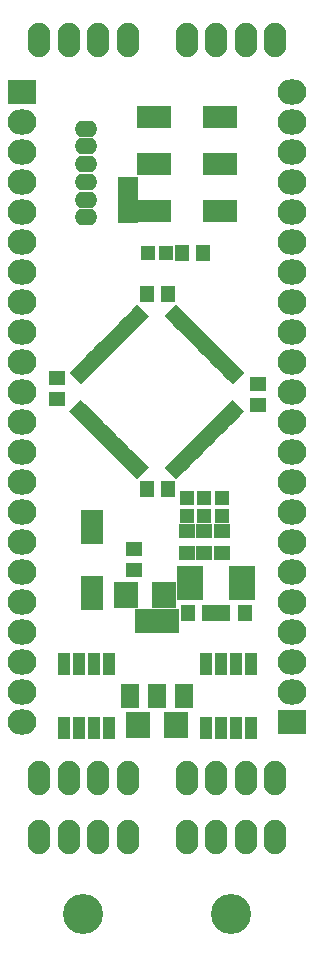
<source format=gbr>
G04 #@! TF.FileFunction,Soldermask,Top*
%FSLAX46Y46*%
G04 Gerber Fmt 4.6, Leading zero omitted, Abs format (unit mm)*
G04 Created by KiCad (PCBNEW 4.0.6) date 08/16/17 10:50:43*
%MOMM*%
%LPD*%
G01*
G04 APERTURE LIST*
%ADD10C,0.100000*%
%ADD11R,1.200000X1.400000*%
%ADD12R,1.400000X1.200000*%
%ADD13R,1.197560X1.197560*%
%ADD14R,1.670000X1.365200*%
%ADD15O,1.924000X1.400000*%
%ADD16R,2.432000X2.127200*%
%ADD17O,2.432000X2.127200*%
%ADD18O,1.900000X2.900000*%
%ADD19C,3.400000*%
%ADD20R,2.000000X2.200000*%
%ADD21R,1.000000X1.950000*%
%ADD22R,1.900000X3.000000*%
%ADD23R,1.600000X2.100000*%
%ADD24R,3.700000X2.100000*%
%ADD25R,2.200000X3.000000*%
%ADD26R,3.000000X1.900000*%
G04 APERTURE END LIST*
D10*
D11*
X14900000Y-42500000D03*
X13100000Y-42500000D03*
X13100000Y-26000000D03*
X14900000Y-26000000D03*
D12*
X5500000Y-34900000D03*
X5500000Y-33100000D03*
X22500000Y-35400000D03*
X22500000Y-33600000D03*
D10*
G36*
X16073642Y-41237324D02*
X15614023Y-41696943D01*
X14624074Y-40706994D01*
X15083693Y-40247375D01*
X16073642Y-41237324D01*
X16073642Y-41237324D01*
G37*
G36*
X16427196Y-40883771D02*
X15967577Y-41343390D01*
X14977628Y-40353441D01*
X15437247Y-39893822D01*
X16427196Y-40883771D01*
X16427196Y-40883771D01*
G37*
G36*
X16780749Y-40530217D02*
X16321130Y-40989836D01*
X15331181Y-39999887D01*
X15790800Y-39540268D01*
X16780749Y-40530217D01*
X16780749Y-40530217D01*
G37*
G36*
X17134302Y-40176664D02*
X16674683Y-40636283D01*
X15684734Y-39646334D01*
X16144353Y-39186715D01*
X17134302Y-40176664D01*
X17134302Y-40176664D01*
G37*
G36*
X17487856Y-39823111D02*
X17028237Y-40282730D01*
X16038288Y-39292781D01*
X16497907Y-38833162D01*
X17487856Y-39823111D01*
X17487856Y-39823111D01*
G37*
G36*
X17841409Y-39469557D02*
X17381790Y-39929176D01*
X16391841Y-38939227D01*
X16851460Y-38479608D01*
X17841409Y-39469557D01*
X17841409Y-39469557D01*
G37*
G36*
X18194963Y-39116004D02*
X17735344Y-39575623D01*
X16745395Y-38585674D01*
X17205014Y-38126055D01*
X18194963Y-39116004D01*
X18194963Y-39116004D01*
G37*
G36*
X18548516Y-38762450D02*
X18088897Y-39222069D01*
X17098948Y-38232120D01*
X17558567Y-37772501D01*
X18548516Y-38762450D01*
X18548516Y-38762450D01*
G37*
G36*
X18902069Y-38408897D02*
X18442450Y-38868516D01*
X17452501Y-37878567D01*
X17912120Y-37418948D01*
X18902069Y-38408897D01*
X18902069Y-38408897D01*
G37*
G36*
X19255623Y-38055344D02*
X18796004Y-38514963D01*
X17806055Y-37525014D01*
X18265674Y-37065395D01*
X19255623Y-38055344D01*
X19255623Y-38055344D01*
G37*
G36*
X19609176Y-37701790D02*
X19149557Y-38161409D01*
X18159608Y-37171460D01*
X18619227Y-36711841D01*
X19609176Y-37701790D01*
X19609176Y-37701790D01*
G37*
G36*
X19962730Y-37348237D02*
X19503111Y-37807856D01*
X18513162Y-36817907D01*
X18972781Y-36358288D01*
X19962730Y-37348237D01*
X19962730Y-37348237D01*
G37*
G36*
X20316283Y-36994683D02*
X19856664Y-37454302D01*
X18866715Y-36464353D01*
X19326334Y-36004734D01*
X20316283Y-36994683D01*
X20316283Y-36994683D01*
G37*
G36*
X20669836Y-36641130D02*
X20210217Y-37100749D01*
X19220268Y-36110800D01*
X19679887Y-35651181D01*
X20669836Y-36641130D01*
X20669836Y-36641130D01*
G37*
G36*
X21023390Y-36287577D02*
X20563771Y-36747196D01*
X19573822Y-35757247D01*
X20033441Y-35297628D01*
X21023390Y-36287577D01*
X21023390Y-36287577D01*
G37*
G36*
X21376943Y-35934023D02*
X20917324Y-36393642D01*
X19927375Y-35403693D01*
X20386994Y-34944074D01*
X21376943Y-35934023D01*
X21376943Y-35934023D01*
G37*
G36*
X20917324Y-32186358D02*
X21376943Y-32645977D01*
X20386994Y-33635926D01*
X19927375Y-33176307D01*
X20917324Y-32186358D01*
X20917324Y-32186358D01*
G37*
G36*
X20563771Y-31832804D02*
X21023390Y-32292423D01*
X20033441Y-33282372D01*
X19573822Y-32822753D01*
X20563771Y-31832804D01*
X20563771Y-31832804D01*
G37*
G36*
X20210217Y-31479251D02*
X20669836Y-31938870D01*
X19679887Y-32928819D01*
X19220268Y-32469200D01*
X20210217Y-31479251D01*
X20210217Y-31479251D01*
G37*
G36*
X19856664Y-31125698D02*
X20316283Y-31585317D01*
X19326334Y-32575266D01*
X18866715Y-32115647D01*
X19856664Y-31125698D01*
X19856664Y-31125698D01*
G37*
G36*
X19503111Y-30772144D02*
X19962730Y-31231763D01*
X18972781Y-32221712D01*
X18513162Y-31762093D01*
X19503111Y-30772144D01*
X19503111Y-30772144D01*
G37*
G36*
X19149557Y-30418591D02*
X19609176Y-30878210D01*
X18619227Y-31868159D01*
X18159608Y-31408540D01*
X19149557Y-30418591D01*
X19149557Y-30418591D01*
G37*
G36*
X18796004Y-30065037D02*
X19255623Y-30524656D01*
X18265674Y-31514605D01*
X17806055Y-31054986D01*
X18796004Y-30065037D01*
X18796004Y-30065037D01*
G37*
G36*
X18442450Y-29711484D02*
X18902069Y-30171103D01*
X17912120Y-31161052D01*
X17452501Y-30701433D01*
X18442450Y-29711484D01*
X18442450Y-29711484D01*
G37*
G36*
X18088897Y-29357931D02*
X18548516Y-29817550D01*
X17558567Y-30807499D01*
X17098948Y-30347880D01*
X18088897Y-29357931D01*
X18088897Y-29357931D01*
G37*
G36*
X17735344Y-29004377D02*
X18194963Y-29463996D01*
X17205014Y-30453945D01*
X16745395Y-29994326D01*
X17735344Y-29004377D01*
X17735344Y-29004377D01*
G37*
G36*
X17381790Y-28650824D02*
X17841409Y-29110443D01*
X16851460Y-30100392D01*
X16391841Y-29640773D01*
X17381790Y-28650824D01*
X17381790Y-28650824D01*
G37*
G36*
X17028237Y-28297270D02*
X17487856Y-28756889D01*
X16497907Y-29746838D01*
X16038288Y-29287219D01*
X17028237Y-28297270D01*
X17028237Y-28297270D01*
G37*
G36*
X16674683Y-27943717D02*
X17134302Y-28403336D01*
X16144353Y-29393285D01*
X15684734Y-28933666D01*
X16674683Y-27943717D01*
X16674683Y-27943717D01*
G37*
G36*
X16321130Y-27590164D02*
X16780749Y-28049783D01*
X15790800Y-29039732D01*
X15331181Y-28580113D01*
X16321130Y-27590164D01*
X16321130Y-27590164D01*
G37*
G36*
X15967577Y-27236610D02*
X16427196Y-27696229D01*
X15437247Y-28686178D01*
X14977628Y-28226559D01*
X15967577Y-27236610D01*
X15967577Y-27236610D01*
G37*
G36*
X15614023Y-26883057D02*
X16073642Y-27342676D01*
X15083693Y-28332625D01*
X14624074Y-27873006D01*
X15614023Y-26883057D01*
X15614023Y-26883057D01*
G37*
G36*
X13315926Y-27873006D02*
X12856307Y-28332625D01*
X11866358Y-27342676D01*
X12325977Y-26883057D01*
X13315926Y-27873006D01*
X13315926Y-27873006D01*
G37*
G36*
X12962372Y-28226559D02*
X12502753Y-28686178D01*
X11512804Y-27696229D01*
X11972423Y-27236610D01*
X12962372Y-28226559D01*
X12962372Y-28226559D01*
G37*
G36*
X12608819Y-28580113D02*
X12149200Y-29039732D01*
X11159251Y-28049783D01*
X11618870Y-27590164D01*
X12608819Y-28580113D01*
X12608819Y-28580113D01*
G37*
G36*
X12255266Y-28933666D02*
X11795647Y-29393285D01*
X10805698Y-28403336D01*
X11265317Y-27943717D01*
X12255266Y-28933666D01*
X12255266Y-28933666D01*
G37*
G36*
X11901712Y-29287219D02*
X11442093Y-29746838D01*
X10452144Y-28756889D01*
X10911763Y-28297270D01*
X11901712Y-29287219D01*
X11901712Y-29287219D01*
G37*
G36*
X11548159Y-29640773D02*
X11088540Y-30100392D01*
X10098591Y-29110443D01*
X10558210Y-28650824D01*
X11548159Y-29640773D01*
X11548159Y-29640773D01*
G37*
G36*
X11194605Y-29994326D02*
X10734986Y-30453945D01*
X9745037Y-29463996D01*
X10204656Y-29004377D01*
X11194605Y-29994326D01*
X11194605Y-29994326D01*
G37*
G36*
X10841052Y-30347880D02*
X10381433Y-30807499D01*
X9391484Y-29817550D01*
X9851103Y-29357931D01*
X10841052Y-30347880D01*
X10841052Y-30347880D01*
G37*
G36*
X10487499Y-30701433D02*
X10027880Y-31161052D01*
X9037931Y-30171103D01*
X9497550Y-29711484D01*
X10487499Y-30701433D01*
X10487499Y-30701433D01*
G37*
G36*
X10133945Y-31054986D02*
X9674326Y-31514605D01*
X8684377Y-30524656D01*
X9143996Y-30065037D01*
X10133945Y-31054986D01*
X10133945Y-31054986D01*
G37*
G36*
X9780392Y-31408540D02*
X9320773Y-31868159D01*
X8330824Y-30878210D01*
X8790443Y-30418591D01*
X9780392Y-31408540D01*
X9780392Y-31408540D01*
G37*
G36*
X9426838Y-31762093D02*
X8967219Y-32221712D01*
X7977270Y-31231763D01*
X8436889Y-30772144D01*
X9426838Y-31762093D01*
X9426838Y-31762093D01*
G37*
G36*
X9073285Y-32115647D02*
X8613666Y-32575266D01*
X7623717Y-31585317D01*
X8083336Y-31125698D01*
X9073285Y-32115647D01*
X9073285Y-32115647D01*
G37*
G36*
X8719732Y-32469200D02*
X8260113Y-32928819D01*
X7270164Y-31938870D01*
X7729783Y-31479251D01*
X8719732Y-32469200D01*
X8719732Y-32469200D01*
G37*
G36*
X8366178Y-32822753D02*
X7906559Y-33282372D01*
X6916610Y-32292423D01*
X7376229Y-31832804D01*
X8366178Y-32822753D01*
X8366178Y-32822753D01*
G37*
G36*
X8012625Y-33176307D02*
X7553006Y-33635926D01*
X6563057Y-32645977D01*
X7022676Y-32186358D01*
X8012625Y-33176307D01*
X8012625Y-33176307D01*
G37*
G36*
X7553006Y-34944074D02*
X8012625Y-35403693D01*
X7022676Y-36393642D01*
X6563057Y-35934023D01*
X7553006Y-34944074D01*
X7553006Y-34944074D01*
G37*
G36*
X7906559Y-35297628D02*
X8366178Y-35757247D01*
X7376229Y-36747196D01*
X6916610Y-36287577D01*
X7906559Y-35297628D01*
X7906559Y-35297628D01*
G37*
G36*
X8260113Y-35651181D02*
X8719732Y-36110800D01*
X7729783Y-37100749D01*
X7270164Y-36641130D01*
X8260113Y-35651181D01*
X8260113Y-35651181D01*
G37*
G36*
X8613666Y-36004734D02*
X9073285Y-36464353D01*
X8083336Y-37454302D01*
X7623717Y-36994683D01*
X8613666Y-36004734D01*
X8613666Y-36004734D01*
G37*
G36*
X8967219Y-36358288D02*
X9426838Y-36817907D01*
X8436889Y-37807856D01*
X7977270Y-37348237D01*
X8967219Y-36358288D01*
X8967219Y-36358288D01*
G37*
G36*
X9320773Y-36711841D02*
X9780392Y-37171460D01*
X8790443Y-38161409D01*
X8330824Y-37701790D01*
X9320773Y-36711841D01*
X9320773Y-36711841D01*
G37*
G36*
X9674326Y-37065395D02*
X10133945Y-37525014D01*
X9143996Y-38514963D01*
X8684377Y-38055344D01*
X9674326Y-37065395D01*
X9674326Y-37065395D01*
G37*
G36*
X10027880Y-37418948D02*
X10487499Y-37878567D01*
X9497550Y-38868516D01*
X9037931Y-38408897D01*
X10027880Y-37418948D01*
X10027880Y-37418948D01*
G37*
G36*
X10381433Y-37772501D02*
X10841052Y-38232120D01*
X9851103Y-39222069D01*
X9391484Y-38762450D01*
X10381433Y-37772501D01*
X10381433Y-37772501D01*
G37*
G36*
X10734986Y-38126055D02*
X11194605Y-38585674D01*
X10204656Y-39575623D01*
X9745037Y-39116004D01*
X10734986Y-38126055D01*
X10734986Y-38126055D01*
G37*
G36*
X11088540Y-38479608D02*
X11548159Y-38939227D01*
X10558210Y-39929176D01*
X10098591Y-39469557D01*
X11088540Y-38479608D01*
X11088540Y-38479608D01*
G37*
G36*
X11442093Y-38833162D02*
X11901712Y-39292781D01*
X10911763Y-40282730D01*
X10452144Y-39823111D01*
X11442093Y-38833162D01*
X11442093Y-38833162D01*
G37*
G36*
X11795647Y-39186715D02*
X12255266Y-39646334D01*
X11265317Y-40636283D01*
X10805698Y-40176664D01*
X11795647Y-39186715D01*
X11795647Y-39186715D01*
G37*
G36*
X12149200Y-39540268D02*
X12608819Y-39999887D01*
X11618870Y-40989836D01*
X11159251Y-40530217D01*
X12149200Y-39540268D01*
X12149200Y-39540268D01*
G37*
G36*
X12502753Y-39893822D02*
X12962372Y-40353441D01*
X11972423Y-41343390D01*
X11512804Y-40883771D01*
X12502753Y-39893822D01*
X12502753Y-39893822D01*
G37*
G36*
X12856307Y-40247375D02*
X13315926Y-40706994D01*
X12325977Y-41696943D01*
X11866358Y-41237324D01*
X12856307Y-40247375D01*
X12856307Y-40247375D01*
G37*
D13*
X16500000Y-44749300D03*
X16500000Y-43250700D03*
X18000000Y-44749300D03*
X18000000Y-43250700D03*
X19500000Y-44749300D03*
X19500000Y-43250700D03*
X14749300Y-22500000D03*
X13250700Y-22500000D03*
D14*
X11500000Y-19270000D03*
X11500000Y-18000000D03*
X11500000Y-16730000D03*
D15*
X8000000Y-19500000D03*
X8000000Y-18000000D03*
X8000000Y-16500000D03*
X8000000Y-15000000D03*
X8000000Y-13500000D03*
X8000000Y-12000000D03*
D12*
X16500000Y-47900000D03*
X16500000Y-46100000D03*
X18000000Y-47900000D03*
X18000000Y-46100000D03*
X19500000Y-47900000D03*
X19500000Y-46100000D03*
D11*
X17900000Y-22500000D03*
X16100000Y-22500000D03*
D16*
X2540000Y-8890000D03*
D17*
X2540000Y-11430000D03*
X2540000Y-13970000D03*
X2540000Y-16510000D03*
X2540000Y-19050000D03*
X2540000Y-21590000D03*
X2540000Y-24130000D03*
X2540000Y-26670000D03*
X2540000Y-29210000D03*
X2540000Y-31750000D03*
X2540000Y-34290000D03*
X2540000Y-36830000D03*
X2540000Y-39370000D03*
X2540000Y-41910000D03*
X2540000Y-44450000D03*
X2540000Y-46990000D03*
X2540000Y-49530000D03*
X2540000Y-52070000D03*
X2540000Y-54610000D03*
X2540000Y-57150000D03*
X2540000Y-59690000D03*
X2540000Y-62230000D03*
D16*
X25400000Y-62230000D03*
D17*
X25400000Y-59690000D03*
X25400000Y-57150000D03*
X25400000Y-54610000D03*
X25400000Y-52070000D03*
X25400000Y-49530000D03*
X25400000Y-46990000D03*
X25400000Y-44450000D03*
X25400000Y-41910000D03*
X25400000Y-39370000D03*
X25400000Y-36830000D03*
X25400000Y-34290000D03*
X25400000Y-31750000D03*
X25400000Y-29210000D03*
X25400000Y-26670000D03*
X25400000Y-24130000D03*
X25400000Y-21590000D03*
X25400000Y-19050000D03*
X25400000Y-16510000D03*
X25400000Y-13970000D03*
X25400000Y-11430000D03*
X25400000Y-8890000D03*
D18*
X4000000Y-4500000D03*
X6500000Y-4500000D03*
X9000000Y-4500000D03*
X11500000Y-4500000D03*
X16500000Y-4500000D03*
X19000000Y-4500000D03*
X21500000Y-4500000D03*
X24000000Y-4500000D03*
X16500000Y-72000000D03*
X19000000Y-72000000D03*
X21500000Y-72000000D03*
X24000000Y-72000000D03*
D19*
X20250000Y-78500000D03*
D18*
X4000000Y-72000000D03*
X6500000Y-72000000D03*
X9000000Y-72000000D03*
X11500000Y-72000000D03*
D19*
X7750000Y-78500000D03*
D18*
X24000000Y-67000000D03*
X21500000Y-67000000D03*
X19000000Y-67000000D03*
X16500000Y-67000000D03*
X11500000Y-67000000D03*
X9000000Y-67000000D03*
X6500000Y-67000000D03*
X4000000Y-67000000D03*
D11*
X21400000Y-53000000D03*
X19600000Y-53000000D03*
X16600000Y-53000000D03*
X18400000Y-53000000D03*
D20*
X14600000Y-51500000D03*
X11400000Y-51500000D03*
X15600000Y-62500000D03*
X12400000Y-62500000D03*
D21*
X21905000Y-57300000D03*
X20635000Y-57300000D03*
X19365000Y-57300000D03*
X18095000Y-57300000D03*
X18095000Y-62700000D03*
X19365000Y-62700000D03*
X20635000Y-62700000D03*
X21905000Y-62700000D03*
X9905000Y-57300000D03*
X8635000Y-57300000D03*
X7365000Y-57300000D03*
X6095000Y-57300000D03*
X6095000Y-62700000D03*
X7365000Y-62700000D03*
X8635000Y-62700000D03*
X9905000Y-62700000D03*
D12*
X12000000Y-49400000D03*
X12000000Y-47600000D03*
D22*
X8500000Y-45700000D03*
X8500000Y-51300000D03*
D23*
X11700000Y-60000000D03*
X14000000Y-60000000D03*
X16300000Y-60000000D03*
D24*
X14000000Y-53700000D03*
D25*
X21200000Y-50500000D03*
X16800000Y-50500000D03*
D26*
X19300000Y-11000000D03*
X13700000Y-11000000D03*
X19300000Y-15000000D03*
X13700000Y-15000000D03*
X19300000Y-19000000D03*
X13700000Y-19000000D03*
M02*

</source>
